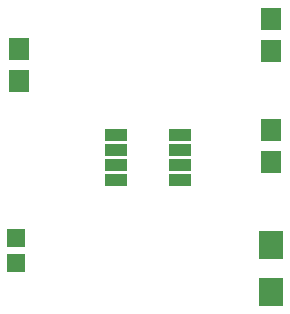
<source format=gts>
G04 #@! TF.FileFunction,Soldermask,Top*
%FSLAX46Y46*%
G04 Gerber Fmt 4.6, Leading zero omitted, Abs format (unit mm)*
G04 Created by KiCad (PCBNEW 4.0.1-stable) date 2017 February 12, Sunday 16:29:12*
%MOMM*%
G01*
G04 APERTURE LIST*
%ADD10C,0.100000*%
%ADD11R,2.000000X2.400000*%
%ADD12R,1.598880X1.598880*%
%ADD13R,1.700000X1.900000*%
%ADD14R,1.950000X1.000000*%
G04 APERTURE END LIST*
D10*
D11*
X182118000Y-105188000D03*
X182118000Y-109188000D03*
D12*
X160528000Y-104614980D03*
X160528000Y-106713020D03*
D13*
X182118000Y-86026000D03*
X182118000Y-88726000D03*
X182118000Y-95424000D03*
X182118000Y-98124000D03*
X160782000Y-88566000D03*
X160782000Y-91266000D03*
D14*
X169004000Y-95885000D03*
X169004000Y-97155000D03*
X169004000Y-98425000D03*
X169004000Y-99695000D03*
X174404000Y-99695000D03*
X174404000Y-98425000D03*
X174404000Y-97155000D03*
X174404000Y-95885000D03*
M02*

</source>
